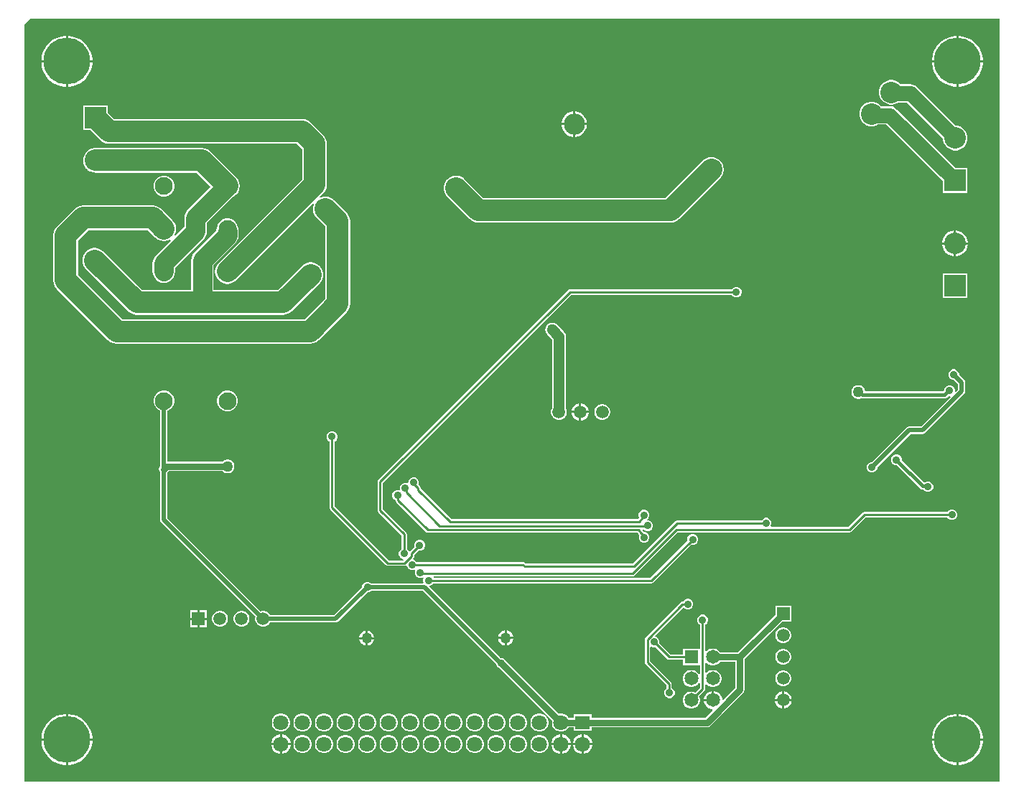
<source format=gbl>
G04*
G04 #@! TF.GenerationSoftware,Altium Limited,Altium Designer,23.2.1 (34)*
G04*
G04 Layer_Physical_Order=2*
G04 Layer_Color=16711680*
%FSLAX44Y44*%
%MOMM*%
G71*
G04*
G04 #@! TF.SameCoordinates,EE327AA5-93BD-4133-A13B-4ECCBC3E436C*
G04*
G04*
G04 #@! TF.FilePolarity,Positive*
G04*
G01*
G75*
%ADD41C,0.5080*%
%ADD74C,0.2794*%
%ADD76C,0.7620*%
%ADD77C,2.5400*%
%ADD78C,1.2700*%
%ADD79C,1.7780*%
%ADD80C,0.4572*%
%ADD82C,2.5400*%
%ADD83R,2.5400X2.5400*%
%ADD84R,1.5000X1.5000*%
%ADD85C,1.5000*%
%ADD86R,1.5000X1.5000*%
%ADD87R,1.6500X1.6500*%
%ADD88C,1.6500*%
%ADD89C,1.8000*%
%ADD90R,1.8000X1.5748*%
%ADD91C,1.5190*%
%ADD92C,2.1000*%
%ADD93C,2.5000*%
%ADD94C,0.8890*%
%ADD95C,1.2700*%
%ADD96C,5.5000*%
%ADD97C,2.2860*%
G36*
X1150063D02*
X0D01*
Y893064D01*
X6999Y900063D01*
X1150063D01*
Y0D01*
D02*
G37*
%LPC*%
G36*
X1102364Y880040D02*
X1101270D01*
Y851270D01*
X1130040D01*
Y852364D01*
X1129300Y857034D01*
X1127839Y861531D01*
X1125693Y865744D01*
X1122913Y869570D01*
X1119570Y872913D01*
X1115744Y875693D01*
X1111531Y877839D01*
X1107034Y879300D01*
X1102364Y880040D01*
D02*
G37*
G36*
X1098730D02*
X1097636D01*
X1092966Y879300D01*
X1088469Y877839D01*
X1084256Y875693D01*
X1080430Y872913D01*
X1077087Y869570D01*
X1074307Y865744D01*
X1072161Y861531D01*
X1070700Y857034D01*
X1069960Y852364D01*
Y851270D01*
X1098730D01*
Y880040D01*
D02*
G37*
G36*
X52364D02*
X51270D01*
Y851270D01*
X80040D01*
Y852364D01*
X79300Y857034D01*
X77839Y861531D01*
X75693Y865744D01*
X72913Y869570D01*
X69570Y872913D01*
X65744Y875693D01*
X61531Y877839D01*
X57034Y879300D01*
X52364Y880040D01*
D02*
G37*
G36*
X48730D02*
X47636D01*
X42966Y879300D01*
X38469Y877839D01*
X34256Y875693D01*
X30430Y872913D01*
X27087Y869570D01*
X24307Y865744D01*
X22161Y861531D01*
X20700Y857034D01*
X19960Y852364D01*
Y851270D01*
X48730D01*
Y880040D01*
D02*
G37*
G36*
X1130040Y848730D02*
X1101270D01*
Y819960D01*
X1102364D01*
X1107034Y820700D01*
X1111531Y822161D01*
X1115744Y824307D01*
X1119570Y827087D01*
X1122913Y830430D01*
X1125693Y834256D01*
X1127839Y838469D01*
X1129300Y842966D01*
X1130040Y847636D01*
Y848730D01*
D02*
G37*
G36*
X1098730D02*
X1069960D01*
Y847636D01*
X1070700Y842966D01*
X1072161Y838469D01*
X1074307Y834256D01*
X1077087Y830430D01*
X1080430Y827087D01*
X1084256Y824307D01*
X1088469Y822161D01*
X1092966Y820700D01*
X1097636Y819960D01*
X1098730D01*
Y848730D01*
D02*
G37*
G36*
X80040D02*
X51270D01*
Y819960D01*
X52364D01*
X57034Y820700D01*
X61531Y822161D01*
X65744Y824307D01*
X69570Y827087D01*
X72913Y830430D01*
X75693Y834256D01*
X77839Y838469D01*
X79300Y842966D01*
X80040Y847636D01*
Y848730D01*
D02*
G37*
G36*
X48730D02*
X19960D01*
Y847636D01*
X20700Y842966D01*
X22161Y838469D01*
X24307Y834256D01*
X27087Y830430D01*
X30430Y827087D01*
X34256Y824307D01*
X38469Y822161D01*
X42966Y820700D01*
X47636Y819960D01*
X48730D01*
Y848730D01*
D02*
G37*
G36*
X649753Y791039D02*
X649541D01*
Y777269D01*
X663311D01*
Y777480D01*
X662734Y780386D01*
X661600Y783123D01*
X659954Y785587D01*
X657859Y787682D01*
X655396Y789327D01*
X652658Y790461D01*
X649753Y791039D01*
D02*
G37*
G36*
X647001D02*
X646790D01*
X643885Y790461D01*
X641147Y789327D01*
X638684Y787682D01*
X636589Y785587D01*
X634943Y783123D01*
X633810Y780386D01*
X633232Y777480D01*
Y777269D01*
X647001D01*
Y791039D01*
D02*
G37*
G36*
X663311Y774729D02*
X649541D01*
Y760959D01*
X649753D01*
X652658Y761537D01*
X655396Y762671D01*
X657859Y764317D01*
X659954Y766412D01*
X661600Y768875D01*
X662734Y771612D01*
X663311Y774518D01*
Y774729D01*
D02*
G37*
G36*
X647001D02*
X633232D01*
Y774518D01*
X633810Y771612D01*
X634943Y768875D01*
X636589Y766412D01*
X638684Y764317D01*
X641147Y762671D01*
X643885Y761537D01*
X646790Y760959D01*
X647001D01*
Y774729D01*
D02*
G37*
G36*
X1024002Y828040D02*
X1020190D01*
X1016508Y827053D01*
X1013206Y825147D01*
X1010511Y822452D01*
X1008605Y819150D01*
X1007618Y815468D01*
Y811656D01*
X1008605Y807974D01*
X1010511Y804672D01*
X1013206Y801977D01*
X1016508Y800071D01*
X1020190Y799084D01*
X1024002D01*
X1027684Y800071D01*
X1030330Y801598D01*
X1040179D01*
X1083056Y758721D01*
Y757554D01*
X1084043Y753872D01*
X1085949Y750570D01*
X1088644Y747875D01*
X1091946Y745969D01*
X1095628Y744982D01*
X1099440D01*
X1103122Y745969D01*
X1106424Y747875D01*
X1109119Y750570D01*
X1111025Y753872D01*
X1112012Y757554D01*
Y761366D01*
X1111025Y765048D01*
X1109119Y768350D01*
X1106424Y771045D01*
X1103122Y772951D01*
X1099440Y773938D01*
X1098273D01*
X1052244Y819967D01*
X1050016Y821676D01*
X1047421Y822751D01*
X1044636Y823118D01*
X1033015D01*
X1030986Y825147D01*
X1027684Y827053D01*
X1024002Y828040D01*
D02*
G37*
G36*
X1000898Y802386D02*
X997086D01*
X993404Y801399D01*
X990102Y799493D01*
X987407Y796798D01*
X985501Y793496D01*
X984514Y789814D01*
Y786002D01*
X985501Y782320D01*
X987407Y779018D01*
X990102Y776323D01*
X993404Y774417D01*
X997086Y773430D01*
X1000898D01*
X1004580Y774417D01*
X1006786Y775690D01*
X1016087D01*
X1083056Y708721D01*
Y694982D01*
X1112012D01*
Y723938D01*
X1098273D01*
X1028152Y794059D01*
X1025924Y795769D01*
X1023329Y796843D01*
X1020544Y797210D01*
X1010165D01*
X1007882Y799493D01*
X1004580Y801399D01*
X1000898Y802386D01*
D02*
G37*
G36*
X166018Y715125D02*
X162785D01*
X159662Y714288D01*
X156863Y712672D01*
X154577Y710386D01*
X152960Y707586D01*
X152123Y704464D01*
Y701231D01*
X152960Y698108D01*
X154577Y695308D01*
X156863Y693022D01*
X159662Y691406D01*
X162785Y690569D01*
X166018D01*
X169141Y691406D01*
X171940Y693022D01*
X174226Y695308D01*
X175843Y698108D01*
X176679Y701231D01*
Y704464D01*
X175843Y707586D01*
X174226Y710386D01*
X171940Y712672D01*
X169141Y714288D01*
X166018Y715125D01*
D02*
G37*
G36*
X810006Y737233D02*
X809057Y737108D01*
X808100D01*
X807175Y736860D01*
X806227Y736735D01*
X805342Y736369D01*
X804418Y736121D01*
X803589Y735643D01*
X802704Y735276D01*
X801945Y734694D01*
X801116Y734215D01*
X800439Y733538D01*
X799680Y732956D01*
X755726Y689002D01*
X541451D01*
X519342Y711112D01*
X518583Y711694D01*
X517906Y712371D01*
X517077Y712850D01*
X516317Y713432D01*
X515433Y713799D01*
X514604Y714277D01*
X513680Y714525D01*
X512795Y714891D01*
X511847Y715016D01*
X510922Y715264D01*
X509965D01*
X509016Y715389D01*
X508067Y715264D01*
X507110D01*
X506185Y715016D01*
X505237Y714891D01*
X504352Y714525D01*
X503428Y714277D01*
X502599Y713799D01*
X501715Y713432D01*
X500955Y712850D01*
X500126Y712371D01*
X499449Y711694D01*
X498690Y711112D01*
X498108Y710353D01*
X497431Y709676D01*
X496952Y708847D01*
X496370Y708087D01*
X496003Y707203D01*
X495525Y706374D01*
X495277Y705450D01*
X494911Y704566D01*
X494786Y703617D01*
X494538Y702692D01*
Y701735D01*
X494413Y700786D01*
X494538Y699837D01*
Y698880D01*
X494786Y697955D01*
X494911Y697007D01*
X495277Y696122D01*
X495525Y695198D01*
X496003Y694369D01*
X496370Y693484D01*
X496952Y692725D01*
X497431Y691896D01*
X498108Y691219D01*
X498690Y690460D01*
X525077Y664073D01*
X528101Y661753D01*
X531623Y660294D01*
X535403Y659796D01*
X761775D01*
X765555Y660294D01*
X769077Y661753D01*
X772101Y664073D01*
X820332Y712304D01*
X820914Y713063D01*
X821591Y713740D01*
X822070Y714569D01*
X822653Y715329D01*
X823019Y716213D01*
X823497Y717042D01*
X823745Y717966D01*
X824111Y718850D01*
X824236Y719799D01*
X824484Y720724D01*
Y721681D01*
X824609Y722630D01*
X824484Y723579D01*
Y724536D01*
X824236Y725461D01*
X824111Y726410D01*
X823745Y727294D01*
X823497Y728218D01*
X823019Y729047D01*
X822653Y729931D01*
X822070Y730691D01*
X821591Y731520D01*
X820915Y732197D01*
X820332Y732956D01*
X819573Y733539D01*
X818896Y734215D01*
X818067Y734694D01*
X817308Y735276D01*
X816423Y735643D01*
X815594Y736121D01*
X814670Y736369D01*
X813785Y736735D01*
X812837Y736860D01*
X811912Y737108D01*
X810955D01*
X810006Y737233D01*
D02*
G37*
G36*
X1098781Y650456D02*
X1098550D01*
Y636486D01*
X1112520D01*
Y636717D01*
X1111934Y639661D01*
X1110786Y642435D01*
X1109118Y644931D01*
X1106995Y647054D01*
X1104499Y648721D01*
X1101725Y649870D01*
X1098781Y650456D01*
D02*
G37*
G36*
X1096010D02*
X1095779D01*
X1092835Y649870D01*
X1090061Y648721D01*
X1087565Y647054D01*
X1085442Y644931D01*
X1083774Y642435D01*
X1082626Y639661D01*
X1082040Y636717D01*
Y636486D01*
X1096010D01*
Y650456D01*
D02*
G37*
G36*
X1112520Y633946D02*
X1098550D01*
Y619976D01*
X1098781D01*
X1101725Y620562D01*
X1104499Y621711D01*
X1106995Y623378D01*
X1109118Y625501D01*
X1110786Y627997D01*
X1111934Y630771D01*
X1112520Y633715D01*
Y633946D01*
D02*
G37*
G36*
X1096010D02*
X1082040D01*
Y633715D01*
X1082626Y630771D01*
X1083774Y627997D01*
X1085442Y625501D01*
X1087565Y623378D01*
X1090061Y621711D01*
X1092835Y620562D01*
X1095779Y619976D01*
X1096010D01*
Y633946D01*
D02*
G37*
G36*
X83820Y797939D02*
X82871Y797814D01*
X69342D01*
Y784285D01*
X69217Y783336D01*
X69342Y782387D01*
Y768858D01*
X77646D01*
X89519Y756985D01*
X92544Y754664D01*
X96066Y753205D01*
X99845Y752708D01*
X321219D01*
X327345Y746582D01*
Y710642D01*
X229076Y612373D01*
X226755Y609349D01*
X225296Y605827D01*
X224799Y602047D01*
X225296Y598268D01*
X226755Y594746D01*
X229076Y591721D01*
X232100Y589401D01*
X235622Y587942D01*
X239402Y587444D01*
X243181Y587942D01*
X246703Y589401D01*
X249727Y591721D01*
X340526Y682520D01*
X341542Y681740D01*
X341410Y681512D01*
X341162Y680587D01*
X340796Y679703D01*
X340671Y678754D01*
X340424Y677829D01*
Y676872D01*
X340299Y675923D01*
X340424Y674974D01*
Y674017D01*
X340671Y673093D01*
X340796Y672144D01*
X341162Y671260D01*
X341410Y670335D01*
X341889Y669506D01*
X342255Y668622D01*
X342838Y667862D01*
X343316Y667033D01*
X343993Y666357D01*
X344576Y665597D01*
X354967Y655206D01*
Y570183D01*
X330755Y545971D01*
X115015D01*
X63117Y597869D01*
Y638672D01*
X75284Y650839D01*
X145358D01*
X154076Y642121D01*
X157100Y639800D01*
X160622Y638342D01*
X164401Y637844D01*
X168181Y638342D01*
X171703Y639800D01*
X172426Y638779D01*
X154981Y621335D01*
X152864Y618576D01*
X151533Y615363D01*
X151080Y611915D01*
Y602047D01*
X151533Y598599D01*
X152864Y595386D01*
X154981Y592627D01*
X157740Y590510D01*
X160954Y589179D01*
X164401Y588725D01*
X167850Y589179D01*
X171063Y590510D01*
X173822Y592627D01*
X175939Y595386D01*
X177269Y598599D01*
X177724Y602047D01*
Y606397D01*
X211322Y639995D01*
X213439Y642754D01*
X214770Y645967D01*
X215224Y649415D01*
Y659829D01*
X244812Y689417D01*
X246703Y690201D01*
X249727Y692521D01*
X252048Y695546D01*
X253507Y699068D01*
X254004Y702847D01*
X253507Y706627D01*
X252048Y710149D01*
X249727Y713173D01*
X219239Y743662D01*
X216214Y745983D01*
X212692Y747441D01*
X208913Y747939D01*
X83820D01*
X82871Y747814D01*
X81914D01*
X80990Y747566D01*
X80041Y747441D01*
X79156Y747075D01*
X78232Y746827D01*
X77403Y746349D01*
X76519Y745983D01*
X75759Y745400D01*
X74930Y744921D01*
X74253Y744245D01*
X73494Y743662D01*
X72912Y742903D01*
X72235Y742226D01*
X71756Y741397D01*
X71174Y740638D01*
X70807Y739753D01*
X70329Y738924D01*
X70081Y738000D01*
X69715Y737115D01*
X69590Y736167D01*
X69342Y735242D01*
Y734285D01*
X69217Y733336D01*
X69342Y732387D01*
Y731430D01*
X69590Y730505D01*
X69715Y729557D01*
X70081Y728672D01*
X70329Y727748D01*
X70807Y726919D01*
X71174Y726034D01*
X71756Y725275D01*
X72235Y724446D01*
X72912Y723769D01*
X73494Y723010D01*
X74253Y722428D01*
X74930Y721751D01*
X75759Y721272D01*
X76519Y720689D01*
X77403Y720323D01*
X78232Y719845D01*
X79156Y719597D01*
X80041Y719231D01*
X80989Y719106D01*
X81914Y718858D01*
X82871D01*
X83820Y718733D01*
X83820Y718733D01*
X202864D01*
X219656Y701941D01*
X192481Y674767D01*
X190364Y672008D01*
X189034Y668795D01*
X188580Y665347D01*
Y654933D01*
X178069Y644423D01*
X177048Y645145D01*
X178507Y648668D01*
X179004Y652447D01*
X178507Y656227D01*
X177048Y659748D01*
X174727Y662773D01*
X161732Y675768D01*
X158708Y678089D01*
X155186Y679547D01*
X151406Y680045D01*
X69235D01*
X65455Y679547D01*
X61933Y678089D01*
X58909Y675768D01*
X38188Y655047D01*
X35868Y652022D01*
X34409Y648501D01*
X33911Y644721D01*
Y591820D01*
X34409Y588041D01*
X35868Y584519D01*
X38188Y581494D01*
X98640Y521042D01*
X101665Y518722D01*
X105187Y517263D01*
X108966Y516765D01*
X336804D01*
X340583Y517263D01*
X344105Y518722D01*
X347130Y521042D01*
X379896Y553808D01*
X382216Y556833D01*
X383675Y560354D01*
X384173Y564134D01*
Y661255D01*
X383675Y665034D01*
X382216Y668556D01*
X379896Y671581D01*
X365227Y686249D01*
X364468Y686832D01*
X363791Y687508D01*
X362962Y687987D01*
X362203Y688570D01*
X361319Y688936D01*
X360490Y689415D01*
X359565Y689662D01*
X358681Y690029D01*
X357732Y690154D01*
X356808Y690401D01*
X355850D01*
X354902Y690526D01*
X353952Y690401D01*
X352995D01*
X352071Y690153D01*
X351122Y690029D01*
X350238Y689662D01*
X349313Y689415D01*
X349085Y689283D01*
X348305Y690299D01*
X352273Y694267D01*
X354594Y697292D01*
X356053Y700814D01*
X356550Y704593D01*
Y752631D01*
X356426Y753580D01*
Y754537D01*
X356178Y755462D01*
X356053Y756411D01*
X355687Y757295D01*
X355439Y758220D01*
X354960Y759048D01*
X354594Y759933D01*
X354011Y760692D01*
X353533Y761521D01*
X352856Y762198D01*
X352273Y762957D01*
X337594Y777637D01*
X334569Y779957D01*
X331047Y781416D01*
X327268Y781914D01*
X105894D01*
X98298Y789510D01*
Y797814D01*
X84769D01*
X83820Y797939D01*
D02*
G37*
G36*
X241018Y664725D02*
X237785D01*
X234662Y663888D01*
X231863Y662272D01*
X229577Y659986D01*
X227960Y657186D01*
X227802Y656596D01*
X226534Y653533D01*
X226151Y650629D01*
X200334Y624812D01*
X198217Y622053D01*
X196886Y618840D01*
X196432Y615392D01*
Y580261D01*
X138637D01*
X93130Y625768D01*
X92371Y626350D01*
X91694Y627027D01*
X90865Y627506D01*
X90105Y628088D01*
X89221Y628455D01*
X88392Y628933D01*
X87468Y629181D01*
X86583Y629547D01*
X85635Y629672D01*
X84710Y629920D01*
X83753D01*
X82804Y630045D01*
X81855Y629920D01*
X80898D01*
X79973Y629672D01*
X79025Y629547D01*
X78140Y629181D01*
X77216Y628933D01*
X76387Y628455D01*
X75503Y628088D01*
X74743Y627506D01*
X73914Y627027D01*
X73237Y626350D01*
X72478Y625768D01*
X71896Y625009D01*
X71219Y624332D01*
X70740Y623503D01*
X70157Y622743D01*
X69791Y621859D01*
X69313Y621030D01*
X69065Y620106D01*
X68699Y619221D01*
X68574Y618273D01*
X68326Y617348D01*
Y616391D01*
X68201Y615442D01*
X68326Y614493D01*
Y613536D01*
X68574Y612611D01*
X68699Y611662D01*
X69065Y610778D01*
X69313Y609854D01*
X69791Y609025D01*
X70157Y608140D01*
X70740Y607381D01*
X71219Y606552D01*
X71896Y605875D01*
X72478Y605116D01*
X122262Y555332D01*
X125287Y553012D01*
X128808Y551553D01*
X132588Y551055D01*
X304834D01*
X308614Y551553D01*
X312136Y553012D01*
X315160Y555332D01*
X347955Y588127D01*
X348538Y588887D01*
X349215Y589563D01*
X349693Y590392D01*
X350276Y591152D01*
X350642Y592036D01*
X351121Y592865D01*
X351369Y593789D01*
X351735Y594674D01*
X351860Y595622D01*
X352108Y596547D01*
Y597504D01*
X352232Y598453D01*
X352108Y599402D01*
Y600359D01*
X351860Y601284D01*
X351735Y602233D01*
X351369Y603117D01*
X351121Y604041D01*
X350642Y604870D01*
X350276Y605755D01*
X349693Y606514D01*
X349215Y607343D01*
X348538Y608020D01*
X347955Y608779D01*
X347196Y609362D01*
X346519Y610038D01*
X345690Y610517D01*
X344931Y611100D01*
X344047Y611466D01*
X343218Y611945D01*
X342293Y612192D01*
X341409Y612559D01*
X340460Y612683D01*
X339536Y612931D01*
X338578D01*
X337630Y613056D01*
X336680Y612931D01*
X335723D01*
X334799Y612683D01*
X333850Y612559D01*
X332966Y612192D01*
X332041Y611945D01*
X331212Y611466D01*
X330328Y611100D01*
X329569Y610517D01*
X328740Y610038D01*
X328063Y609362D01*
X327304Y608779D01*
X298786Y580261D01*
X223076D01*
Y609874D01*
X248822Y635620D01*
X250939Y638379D01*
X252270Y641592D01*
X252724Y645040D01*
Y650085D01*
X252270Y653533D01*
X251001Y656596D01*
X250843Y657186D01*
X249226Y659986D01*
X246940Y662272D01*
X244141Y663888D01*
X241018Y664725D01*
D02*
G37*
G36*
X840708Y584037D02*
X838232D01*
X835945Y583089D01*
X834194Y581339D01*
X834075Y581051D01*
X643238D01*
X641999Y580805D01*
X640949Y580103D01*
X417227Y356382D01*
X416526Y355332D01*
X416279Y354093D01*
Y320503D01*
X416526Y319264D01*
X417227Y318214D01*
X444541Y290900D01*
Y274658D01*
X444254Y274539D01*
X442503Y272789D01*
X441555Y270501D01*
Y268026D01*
X442503Y265738D01*
X444254Y263988D01*
X446241Y263165D01*
X446699Y262189D01*
X446777Y261770D01*
X446422Y261301D01*
X429839D01*
X365949Y325191D01*
Y401770D01*
X366301Y401916D01*
X368051Y403666D01*
X368998Y405953D01*
Y408429D01*
X368051Y410716D01*
X366301Y412467D01*
X364013Y413414D01*
X361538D01*
X359250Y412467D01*
X357500Y410716D01*
X356553Y408429D01*
Y405953D01*
X357500Y403666D01*
X359250Y401916D01*
X359475Y401823D01*
Y323850D01*
X359721Y322611D01*
X360423Y321561D01*
X426209Y255775D01*
X427259Y255073D01*
X428498Y254827D01*
X448290D01*
X449529Y255073D01*
X449762Y255229D01*
X450114Y255169D01*
X451182Y254651D01*
X451979Y252727D01*
X453730Y250977D01*
X456017Y250029D01*
X458493D01*
X459991Y250650D01*
X460963Y249678D01*
X460271Y248006D01*
Y245530D01*
X461218Y243243D01*
X462969Y241493D01*
X465256Y240545D01*
X467732D01*
X469970Y241473D01*
X470153Y241388D01*
X471027Y240704D01*
X470275Y238889D01*
Y236414D01*
X470724Y235329D01*
X470019Y234273D01*
X408766D01*
X407893Y235146D01*
X405606Y236093D01*
X403130D01*
X400843Y235146D01*
X399092Y233395D01*
X398145Y231108D01*
Y229873D01*
X365206Y196935D01*
X289604D01*
X288856Y198229D01*
X287129Y199956D01*
X285013Y201178D01*
X282654Y201810D01*
X280211D01*
X278767Y201423D01*
X168804Y311386D01*
Y365377D01*
X170094Y366666D01*
X233725D01*
X234531Y365860D01*
X236385Y364790D01*
X238452Y364236D01*
X240592D01*
X242659Y364790D01*
X244513Y365860D01*
X246026Y367373D01*
X247096Y369227D01*
X247650Y371294D01*
Y373434D01*
X247096Y375501D01*
X246026Y377355D01*
X244513Y378868D01*
X242659Y379938D01*
X240592Y380492D01*
X238452D01*
X236385Y379938D01*
X234531Y378868D01*
X233725Y378061D01*
X168804D01*
Y437916D01*
X169141Y438006D01*
X171940Y439622D01*
X174226Y441908D01*
X175843Y444708D01*
X176679Y447831D01*
Y451064D01*
X175843Y454186D01*
X174226Y456986D01*
X171940Y459272D01*
X169141Y460888D01*
X166018Y461725D01*
X162785D01*
X159662Y460888D01*
X156863Y459272D01*
X154577Y456986D01*
X152960Y454186D01*
X152123Y451064D01*
Y447831D01*
X152960Y444708D01*
X154577Y441908D01*
X156863Y439622D01*
X159662Y438006D01*
X159999Y437916D01*
Y372501D01*
X159138Y371212D01*
X158704Y369031D01*
X159138Y366851D01*
X159999Y365562D01*
Y309563D01*
X160334Y307878D01*
X161288Y306450D01*
X272541Y195197D01*
X272154Y193754D01*
Y191311D01*
X272786Y188951D01*
X274008Y186835D01*
X275735Y185108D01*
X277851Y183886D01*
X280211Y183254D01*
X282654D01*
X285013Y183886D01*
X287129Y185108D01*
X288856Y186835D01*
X289604Y188130D01*
X367030D01*
X368715Y188465D01*
X370143Y189419D01*
X404371Y223647D01*
X405606D01*
X407893Y224594D01*
X408766Y225467D01*
X469585D01*
X556133Y138920D01*
Y138716D01*
X557080Y136429D01*
X558831Y134678D01*
X560533Y133973D01*
X622157Y72349D01*
X621936Y71523D01*
Y68685D01*
X622671Y65944D01*
X624090Y63486D01*
X626096Y61480D01*
X628554Y60061D01*
X631295Y59326D01*
X634133D01*
X636874Y60061D01*
X639332Y61480D01*
X641339Y63486D01*
X641870Y64406D01*
X647336D01*
Y60452D01*
X668892D01*
Y64406D01*
X804938D01*
X807119Y64840D01*
X808967Y66075D01*
X847563Y104671D01*
X848798Y106519D01*
X849231Y108700D01*
Y144960D01*
X893367Y189096D01*
X903866D01*
Y207652D01*
X885310D01*
Y197153D01*
X841174Y153017D01*
X820074D01*
X819809Y153477D01*
X817942Y155344D01*
X815655Y156664D01*
X813104Y157348D01*
X810464D01*
X807914Y156664D01*
X805627Y155344D01*
X804099Y153817D01*
X802829Y154297D01*
Y185613D01*
X803117Y185732D01*
X804868Y187483D01*
X805815Y189770D01*
Y192246D01*
X804868Y194533D01*
X803117Y196284D01*
X800830Y197231D01*
X798354D01*
X796067Y196284D01*
X794316Y194533D01*
X793369Y192246D01*
Y189770D01*
X794316Y187483D01*
X796067Y185732D01*
X796355Y185613D01*
Y157348D01*
X776356D01*
Y150557D01*
X761309D01*
X748292Y163574D01*
X748411Y163862D01*
Y166338D01*
X747464Y168625D01*
X745713Y170376D01*
X743838Y171152D01*
X743386Y172496D01*
X777107Y206217D01*
X778795Y204528D01*
X781082Y203581D01*
X783558D01*
X785845Y204528D01*
X787596Y206279D01*
X788543Y208566D01*
Y211042D01*
X787596Y213329D01*
X785845Y215080D01*
X783558Y216027D01*
X781082D01*
X778795Y215080D01*
X777044Y213329D01*
X776838Y212831D01*
X775905D01*
X774666Y212584D01*
X773616Y211883D01*
X732279Y170545D01*
X731577Y169495D01*
X731331Y168256D01*
Y140970D01*
X731577Y139731D01*
X732279Y138681D01*
X756731Y114229D01*
Y110211D01*
X755200Y108681D01*
X754253Y106394D01*
Y103918D01*
X755200Y101631D01*
X756951Y99880D01*
X759238Y98933D01*
X761714D01*
X764001Y99880D01*
X765752Y101631D01*
X766699Y103918D01*
Y106394D01*
X765752Y108681D01*
X764001Y110432D01*
X763205Y110761D01*
Y115570D01*
X762959Y116809D01*
X762257Y117859D01*
X737805Y142311D01*
Y159023D01*
X739075Y159654D01*
X740950Y158877D01*
X743426D01*
X743714Y158996D01*
X757679Y145031D01*
X758729Y144329D01*
X759968Y144083D01*
X776356D01*
Y137292D01*
X796355D01*
Y127246D01*
X795085Y126906D01*
X794408Y128077D01*
X792542Y129944D01*
X790255Y131264D01*
X787704Y131948D01*
X785064D01*
X782514Y131264D01*
X780227Y129944D01*
X778360Y128077D01*
X777039Y125791D01*
X776356Y123240D01*
Y120600D01*
X777039Y118049D01*
X778360Y115763D01*
X780227Y113896D01*
X782514Y112575D01*
X785064Y111892D01*
X787704D01*
X790255Y112575D01*
X792542Y113896D01*
X794408Y115763D01*
X795085Y116934D01*
X796355Y116594D01*
Y111069D01*
X790823Y105536D01*
X790255Y105864D01*
X787704Y106548D01*
X785064D01*
X782514Y105864D01*
X780227Y104544D01*
X778360Y102677D01*
X777039Y100391D01*
X776356Y97840D01*
Y95200D01*
X777039Y92649D01*
X778360Y90363D01*
X780227Y88496D01*
X782514Y87175D01*
X785064Y86492D01*
X787704D01*
X790255Y87175D01*
X792542Y88496D01*
X794408Y90363D01*
X795729Y92649D01*
X796412Y95200D01*
Y97840D01*
X795729Y100391D01*
X795401Y100958D01*
X801881Y107439D01*
X802583Y108489D01*
X802829Y109728D01*
Y114943D01*
X804099Y115423D01*
X805627Y113896D01*
X807914Y112575D01*
X810464Y111892D01*
X813104D01*
X815655Y112575D01*
X817942Y113896D01*
X819809Y115763D01*
X821129Y118049D01*
X821812Y120600D01*
Y123240D01*
X821129Y125791D01*
X819809Y128077D01*
X817942Y129944D01*
X815655Y131264D01*
X813104Y131948D01*
X810464D01*
X807914Y131264D01*
X805627Y129944D01*
X804099Y128417D01*
X802829Y128897D01*
Y140343D01*
X804099Y140823D01*
X805627Y139296D01*
X807914Y137975D01*
X810464Y137292D01*
X813104D01*
X815655Y137975D01*
X817942Y139296D01*
X819809Y141163D01*
X820074Y141622D01*
X837837D01*
Y111060D01*
X823747Y96971D01*
X822574Y97457D01*
Y97940D01*
X821839Y100685D01*
X820418Y103145D01*
X818409Y105154D01*
X815949Y106574D01*
X813205Y107310D01*
X813054D01*
Y96520D01*
X811784D01*
Y95250D01*
X800994D01*
Y95099D01*
X801730Y92355D01*
X803150Y89895D01*
X805159Y87886D01*
X807619Y86465D01*
X810364Y85730D01*
X810847D01*
X811333Y84557D01*
X802578Y75802D01*
X668892D01*
Y79756D01*
X647336D01*
Y75802D01*
X641870D01*
X641339Y76722D01*
X639332Y78728D01*
X636874Y80147D01*
X634133Y80882D01*
X631295D01*
X630068Y80553D01*
X567977Y142644D01*
X567632Y143479D01*
X565881Y145230D01*
X563594Y146177D01*
X561328D01*
X477250Y230255D01*
X477832Y231469D01*
X480023Y232376D01*
X481773Y234126D01*
X481893Y234414D01*
X739556D01*
X740794Y234661D01*
X741845Y235362D01*
X786382Y279900D01*
X786670Y279781D01*
X789146D01*
X791433Y280728D01*
X793184Y282479D01*
X794131Y284766D01*
Y287242D01*
X793184Y289529D01*
X791433Y291280D01*
X789146Y292227D01*
X786670D01*
X784383Y291280D01*
X782632Y289529D01*
X781685Y287242D01*
Y284766D01*
X781804Y284478D01*
X738215Y240889D01*
X482575D01*
X482253Y241365D01*
X482926Y242635D01*
X716904D01*
X718143Y242881D01*
X719193Y243583D01*
X770061Y294451D01*
X972856D01*
X974094Y294697D01*
X975145Y295399D01*
X991722Y311977D01*
X1088228D01*
X1088347Y311689D01*
X1090097Y309938D01*
X1092385Y308991D01*
X1094860D01*
X1097148Y309938D01*
X1098898Y311689D01*
X1099846Y313976D01*
Y316452D01*
X1098898Y318739D01*
X1097148Y320490D01*
X1094860Y321437D01*
X1092385D01*
X1090097Y320490D01*
X1088347Y318739D01*
X1088228Y318451D01*
X990381D01*
X989143Y318205D01*
X988092Y317503D01*
X971515Y300925D01*
X880498D01*
X879867Y302195D01*
X880643Y304070D01*
Y306546D01*
X879696Y308833D01*
X877945Y310584D01*
X875658Y311531D01*
X873183D01*
X870895Y310584D01*
X869145Y308833D01*
X869026Y308545D01*
X769874D01*
X768635Y308299D01*
X767585Y307597D01*
X717479Y257491D01*
X591202D01*
X590152Y258541D01*
X589102Y259243D01*
X587863Y259489D01*
X462649D01*
X462530Y259777D01*
X460780Y261528D01*
X458905Y262304D01*
X458453Y263649D01*
X458896Y264092D01*
X459598Y265142D01*
X459844Y266381D01*
Y268322D01*
X464564Y273042D01*
X464852Y272923D01*
X467328D01*
X469615Y273870D01*
X471366Y275621D01*
X472313Y277908D01*
Y280384D01*
X471366Y282671D01*
X469615Y284422D01*
X467328Y285369D01*
X464852D01*
X462565Y284422D01*
X460814Y282671D01*
X459867Y280384D01*
Y277908D01*
X459986Y277620D01*
X454641Y272275D01*
X453224Y272378D01*
X453054Y272789D01*
X451303Y274539D01*
X451016Y274658D01*
Y292241D01*
X450769Y293479D01*
X450068Y294529D01*
X422754Y321843D01*
Y352752D01*
X644578Y574577D01*
X834075D01*
X834194Y574289D01*
X835945Y572538D01*
X838232Y571591D01*
X840708D01*
X842995Y572538D01*
X844746Y574289D01*
X845693Y576576D01*
Y579052D01*
X844746Y581339D01*
X842995Y583089D01*
X840708Y584037D01*
D02*
G37*
G36*
X1111758Y599694D02*
X1082802D01*
Y570738D01*
X1111758D01*
Y599694D01*
D02*
G37*
G36*
X1096994Y486791D02*
X1094518D01*
X1092231Y485844D01*
X1090480Y484093D01*
X1089533Y481806D01*
Y479330D01*
X1090480Y477043D01*
X1092231Y475292D01*
X1094518Y474345D01*
X1095753D01*
X1100751Y469346D01*
Y462834D01*
X1098423Y460505D01*
X1097153Y461031D01*
Y462756D01*
X1096206Y465043D01*
X1094455Y466794D01*
X1092168Y467741D01*
X1089692D01*
X1087405Y466794D01*
X1085654Y465043D01*
X1084707Y462756D01*
Y462323D01*
X1082965Y460582D01*
X991362D01*
Y461064D01*
X990808Y463131D01*
X989738Y464985D01*
X988225Y466498D01*
X986371Y467568D01*
X984304Y468122D01*
X982164D01*
X980097Y467568D01*
X978243Y466498D01*
X976730Y464985D01*
X975660Y463131D01*
X975106Y461064D01*
Y458924D01*
X975660Y456857D01*
X976730Y455003D01*
X978243Y453490D01*
X980097Y452420D01*
X982164Y451866D01*
X984304D01*
X986371Y452420D01*
X986616Y452561D01*
X987959Y452294D01*
X1084681D01*
X1086267Y452610D01*
X1087611Y453508D01*
X1089484Y455381D01*
X1089692Y455295D01*
X1091417D01*
X1091943Y454025D01*
X1057176Y419258D01*
X1042998D01*
X1041313Y418923D01*
X1039884Y417969D01*
X999233Y377317D01*
X997998D01*
X995711Y376370D01*
X993960Y374619D01*
X993013Y372332D01*
Y369856D01*
X993960Y367569D01*
X995711Y365818D01*
X997998Y364871D01*
X1000474D01*
X1002761Y365818D01*
X1004512Y367569D01*
X1005459Y369856D01*
Y371091D01*
X1044821Y410453D01*
X1059000D01*
X1060684Y410788D01*
X1062113Y411743D01*
X1108267Y457897D01*
X1109221Y459325D01*
X1109557Y461010D01*
Y471170D01*
X1109221Y472855D01*
X1108267Y474283D01*
X1101979Y480571D01*
Y481806D01*
X1101032Y484093D01*
X1099281Y485844D01*
X1096994Y486791D01*
D02*
G37*
G36*
X656626Y446536D02*
X656562D01*
Y437671D01*
X665426D01*
Y437735D01*
X664736Y440313D01*
X663401Y442624D01*
X661515Y444511D01*
X659203Y445845D01*
X656626Y446536D01*
D02*
G37*
G36*
X654022D02*
X653957D01*
X651379Y445845D01*
X649069Y444511D01*
X647181Y442624D01*
X645847Y440313D01*
X645156Y437735D01*
Y437671D01*
X654022D01*
Y446536D01*
D02*
G37*
G36*
X241018Y461725D02*
X237785D01*
X234662Y460888D01*
X231863Y459272D01*
X229577Y456986D01*
X227960Y454186D01*
X227124Y451064D01*
Y447831D01*
X227960Y444708D01*
X229577Y441908D01*
X231863Y439622D01*
X234662Y438006D01*
X237785Y437169D01*
X241018D01*
X244141Y438006D01*
X246940Y439622D01*
X249226Y441908D01*
X250843Y444708D01*
X251680Y447831D01*
Y451064D01*
X250843Y454186D01*
X249226Y456986D01*
X246940Y459272D01*
X244141Y460888D01*
X241018Y461725D01*
D02*
G37*
G36*
X682525Y445774D02*
X680058D01*
X677674Y445135D01*
X675536Y443901D01*
X673791Y442156D01*
X672557Y440019D01*
X671918Y437635D01*
Y435167D01*
X672557Y432783D01*
X673791Y430646D01*
X675536Y428901D01*
X677674Y427667D01*
X680058Y427028D01*
X682525D01*
X684909Y427667D01*
X687047Y428901D01*
X688792Y430646D01*
X690026Y432783D01*
X690664Y435167D01*
Y437635D01*
X690026Y440019D01*
X688792Y442156D01*
X687047Y443901D01*
X684909Y445135D01*
X682525Y445774D01*
D02*
G37*
G36*
X622300Y541852D02*
X621768Y541782D01*
X621230D01*
X620711Y541643D01*
X620178Y541573D01*
X619682Y541367D01*
X619163Y541228D01*
X618697Y540959D01*
X618201Y540754D01*
X617775Y540427D01*
X617309Y540158D01*
X616929Y539778D01*
X616503Y539451D01*
X616176Y539025D01*
X615796Y538645D01*
X615527Y538179D01*
X615200Y537753D01*
X614995Y537257D01*
X614726Y536791D01*
X614587Y536272D01*
X614381Y535776D01*
X614311Y535243D01*
X614172Y534724D01*
Y534187D01*
X614102Y533654D01*
X614172Y533121D01*
Y532584D01*
X614311Y532065D01*
X614381Y531532D01*
X614587Y531036D01*
X614726Y530517D01*
X614995Y530051D01*
X615200Y529555D01*
X615527Y529129D01*
X615796Y528663D01*
X616176Y528283D01*
X616503Y527857D01*
X622093Y522267D01*
Y440947D01*
X621557Y440019D01*
X620918Y437635D01*
Y435167D01*
X621557Y432783D01*
X622791Y430646D01*
X624536Y428901D01*
X626674Y427667D01*
X629057Y427028D01*
X631525D01*
X633909Y427667D01*
X636046Y428901D01*
X637791Y430646D01*
X639025Y432783D01*
X639664Y435167D01*
Y437635D01*
X639025Y440019D01*
X638489Y440947D01*
Y525663D01*
X638210Y527785D01*
X637391Y529762D01*
X636088Y531460D01*
X628097Y539451D01*
X627671Y539778D01*
X627291Y540158D01*
X626825Y540427D01*
X626399Y540754D01*
X625903Y540959D01*
X625437Y541228D01*
X624918Y541367D01*
X624422Y541573D01*
X623889Y541643D01*
X623370Y541782D01*
X622832D01*
X622300Y541852D01*
D02*
G37*
G36*
X665426Y435131D02*
X656562D01*
Y426266D01*
X656626D01*
X659203Y426957D01*
X661515Y428291D01*
X663401Y430178D01*
X664736Y432489D01*
X665426Y435067D01*
Y435131D01*
D02*
G37*
G36*
X654022D02*
X645156D01*
Y435067D01*
X645847Y432489D01*
X647181Y430178D01*
X649069Y428291D01*
X651379Y426957D01*
X653957Y426266D01*
X654022D01*
Y435131D01*
D02*
G37*
G36*
X460216Y359410D02*
X457740D01*
X455453Y358463D01*
X453702Y356712D01*
X452755Y354425D01*
Y353041D01*
X451485Y352192D01*
X450310Y352679D01*
X447834D01*
X445547Y351732D01*
X443796Y349981D01*
X442849Y347694D01*
Y345218D01*
X442971Y344924D01*
X441999Y343952D01*
X441166Y344297D01*
X438690D01*
X436403Y343350D01*
X434652Y341599D01*
X433705Y339312D01*
Y336836D01*
X434652Y334549D01*
X436403Y332798D01*
X437463Y332359D01*
Y332221D01*
X437710Y330983D01*
X438411Y329932D01*
X473199Y295145D01*
X474249Y294443D01*
X475488Y294197D01*
X722559D01*
X722863Y293893D01*
X722885Y293784D01*
X723587Y292734D01*
X725079Y291242D01*
X724477Y289787D01*
Y287312D01*
X725424Y285024D01*
X727175Y283274D01*
X729462Y282327D01*
X731938D01*
X734225Y283274D01*
X735975Y285024D01*
X736923Y287312D01*
Y289787D01*
X735975Y292075D01*
X734225Y293825D01*
X731938Y294772D01*
X730704D01*
X728888Y296589D01*
X728867Y296697D01*
X728819Y296768D01*
X729404Y298179D01*
X729925Y298283D01*
X731201Y297007D01*
X733488Y296060D01*
X735964D01*
X738251Y297007D01*
X740002Y298758D01*
X740949Y301045D01*
Y303521D01*
X740002Y305808D01*
X738251Y307558D01*
X735964Y308506D01*
X734644D01*
X734521Y308715D01*
X734255Y309776D01*
X735780Y311301D01*
X736727Y313588D01*
Y316064D01*
X735780Y318351D01*
X734029Y320102D01*
X731742Y321049D01*
X729266D01*
X726979Y320102D01*
X725229Y318351D01*
X724281Y316064D01*
Y313588D01*
X724883Y312134D01*
X724250Y311500D01*
X723548Y310450D01*
X723471Y310064D01*
X723222Y309815D01*
X503499D01*
X467595Y345719D01*
Y346354D01*
X467349Y347593D01*
X466647Y348643D01*
X464656Y350634D01*
X465201Y351949D01*
Y354425D01*
X464254Y356712D01*
X462503Y358463D01*
X460216Y359410D01*
D02*
G37*
G36*
X1029430Y386207D02*
X1026954D01*
X1024667Y385260D01*
X1022916Y383509D01*
X1021969Y381222D01*
Y378746D01*
X1022916Y376459D01*
X1024667Y374708D01*
X1026954Y373761D01*
X1028555D01*
X1056186Y346130D01*
X1057530Y345232D01*
X1059116Y344917D01*
X1059914D01*
X1060000Y344709D01*
X1061751Y342958D01*
X1064038Y342011D01*
X1066514D01*
X1068801Y342958D01*
X1070552Y344709D01*
X1071499Y346996D01*
Y349472D01*
X1070552Y351759D01*
X1068801Y353510D01*
X1066514Y354457D01*
X1064038D01*
X1061751Y353510D01*
X1061445Y353204D01*
X1060832D01*
X1034415Y379621D01*
Y381222D01*
X1033468Y383509D01*
X1031717Y385260D01*
X1029430Y386207D01*
D02*
G37*
G36*
X215272Y202572D02*
X206502D01*
Y193802D01*
X215272D01*
Y202572D01*
D02*
G37*
G36*
X203962D02*
X195192D01*
Y193802D01*
X203962D01*
Y202572D01*
D02*
G37*
G36*
X257253Y201810D02*
X254811D01*
X252451Y201178D01*
X250335Y199956D01*
X248608Y198229D01*
X247386Y196113D01*
X246754Y193754D01*
Y191311D01*
X247386Y188951D01*
X248608Y186835D01*
X250335Y185108D01*
X252451Y183886D01*
X254811Y183254D01*
X257253D01*
X259613Y183886D01*
X261729Y185108D01*
X263456Y186835D01*
X264678Y188951D01*
X265310Y191311D01*
Y193754D01*
X264678Y196113D01*
X263456Y198229D01*
X261729Y199956D01*
X259613Y201178D01*
X257253Y201810D01*
D02*
G37*
G36*
X231854D02*
X229411D01*
X227051Y201178D01*
X224935Y199956D01*
X223208Y198229D01*
X221986Y196113D01*
X221354Y193754D01*
Y191311D01*
X221986Y188951D01*
X223208Y186835D01*
X224935Y185108D01*
X227051Y183886D01*
X229411Y183254D01*
X231854D01*
X234213Y183886D01*
X236329Y185108D01*
X238056Y186835D01*
X239278Y188951D01*
X239910Y191311D01*
Y193754D01*
X239278Y196113D01*
X238056Y198229D01*
X236329Y199956D01*
X234213Y201178D01*
X231854Y201810D01*
D02*
G37*
G36*
X215272Y191262D02*
X206502D01*
Y182492D01*
X215272D01*
Y191262D01*
D02*
G37*
G36*
X203962D02*
X195192D01*
Y182492D01*
X203962D01*
Y191262D01*
D02*
G37*
G36*
X568706Y178789D02*
Y171196D01*
X576299D01*
X575720Y173357D01*
X574550Y175385D01*
X572895Y177040D01*
X570867Y178210D01*
X568706Y178789D01*
D02*
G37*
G36*
X566166D02*
X564005Y178210D01*
X561977Y177040D01*
X560322Y175385D01*
X559152Y173357D01*
X558573Y171196D01*
X566166D01*
Y178789D01*
D02*
G37*
G36*
X404876Y178535D02*
Y170942D01*
X412469D01*
X411890Y173103D01*
X410720Y175131D01*
X409065Y176786D01*
X407037Y177956D01*
X404876Y178535D01*
D02*
G37*
G36*
X402336D02*
X400175Y177956D01*
X398147Y176786D01*
X396492Y175131D01*
X395322Y173103D01*
X394743Y170942D01*
X402336D01*
Y178535D01*
D02*
G37*
G36*
X895809Y182252D02*
X893367D01*
X891007Y181620D01*
X888891Y180398D01*
X887164Y178671D01*
X885942Y176555D01*
X885310Y174195D01*
Y171752D01*
X885942Y169393D01*
X887164Y167277D01*
X888891Y165550D01*
X891007Y164328D01*
X893367Y163696D01*
X895809D01*
X898169Y164328D01*
X900285Y165550D01*
X902012Y167277D01*
X903234Y169393D01*
X903866Y171752D01*
Y174195D01*
X903234Y176555D01*
X902012Y178671D01*
X900285Y180398D01*
X898169Y181620D01*
X895809Y182252D01*
D02*
G37*
G36*
X576299Y168656D02*
X568706D01*
Y161063D01*
X570867Y161642D01*
X572895Y162812D01*
X574550Y164467D01*
X575720Y166495D01*
X576299Y168656D01*
D02*
G37*
G36*
X566166D02*
X558573D01*
X559152Y166495D01*
X560322Y164467D01*
X561977Y162812D01*
X564005Y161642D01*
X566166Y161063D01*
Y168656D01*
D02*
G37*
G36*
X412469Y168402D02*
X404876D01*
Y160809D01*
X407037Y161388D01*
X409065Y162558D01*
X410720Y164213D01*
X411890Y166241D01*
X412469Y168402D01*
D02*
G37*
G36*
X402336D02*
X394743D01*
X395322Y166241D01*
X396492Y164213D01*
X398147Y162558D01*
X400175Y161388D01*
X402336Y160809D01*
Y168402D01*
D02*
G37*
G36*
X895809Y156852D02*
X893367D01*
X891007Y156220D01*
X888891Y154998D01*
X887164Y153271D01*
X885942Y151155D01*
X885310Y148795D01*
Y146353D01*
X885942Y143993D01*
X887164Y141877D01*
X888891Y140150D01*
X891007Y138928D01*
X893367Y138296D01*
X895809D01*
X898169Y138928D01*
X900285Y140150D01*
X902012Y141877D01*
X903234Y143993D01*
X903866Y146353D01*
Y148795D01*
X903234Y151155D01*
X902012Y153271D01*
X900285Y154998D01*
X898169Y156220D01*
X895809Y156852D01*
D02*
G37*
G36*
Y131452D02*
X893367D01*
X891007Y130820D01*
X888891Y129598D01*
X887164Y127871D01*
X885942Y125755D01*
X885310Y123395D01*
Y120953D01*
X885942Y118593D01*
X887164Y116477D01*
X888891Y114750D01*
X891007Y113528D01*
X893367Y112896D01*
X895809D01*
X898169Y113528D01*
X900285Y114750D01*
X902012Y116477D01*
X903234Y118593D01*
X903866Y120953D01*
Y123395D01*
X903234Y125755D01*
X902012Y127871D01*
X900285Y129598D01*
X898169Y130820D01*
X895809Y131452D01*
D02*
G37*
G36*
X895910Y106814D02*
X895858D01*
Y98044D01*
X904628D01*
Y98096D01*
X903944Y100649D01*
X902622Y102939D01*
X900753Y104808D01*
X898463Y106130D01*
X895910Y106814D01*
D02*
G37*
G36*
X893318D02*
X893266D01*
X890713Y106130D01*
X888423Y104808D01*
X886554Y102939D01*
X885232Y100649D01*
X884548Y98096D01*
Y98044D01*
X893318D01*
Y106814D01*
D02*
G37*
G36*
X810514Y107310D02*
X810364D01*
X807619Y106574D01*
X805159Y105154D01*
X803150Y103145D01*
X801730Y100685D01*
X800994Y97940D01*
Y97790D01*
X810514D01*
Y107310D01*
D02*
G37*
G36*
X904628Y95504D02*
X895858D01*
Y86734D01*
X895910D01*
X898463Y87418D01*
X900753Y88740D01*
X902622Y90609D01*
X903944Y92899D01*
X904628Y95452D01*
Y95504D01*
D02*
G37*
G36*
X893318D02*
X884548D01*
Y95452D01*
X885232Y92899D01*
X886554Y90609D01*
X888423Y88740D01*
X890713Y87418D01*
X893266Y86734D01*
X893318D01*
Y95504D01*
D02*
G37*
G36*
X608733Y80882D02*
X605895D01*
X603154Y80147D01*
X600696Y78728D01*
X598689Y76722D01*
X597271Y74264D01*
X596536Y71523D01*
Y68685D01*
X597271Y65944D01*
X598689Y63486D01*
X600696Y61480D01*
X603154Y60061D01*
X605895Y59326D01*
X608733D01*
X611474Y60061D01*
X613932Y61480D01*
X615938Y63486D01*
X617357Y65944D01*
X618092Y68685D01*
Y71523D01*
X617357Y74264D01*
X615938Y76722D01*
X613932Y78728D01*
X611474Y80147D01*
X608733Y80882D01*
D02*
G37*
G36*
X583333D02*
X580495D01*
X577754Y80147D01*
X575296Y78728D01*
X573289Y76722D01*
X571870Y74264D01*
X571136Y71523D01*
Y68685D01*
X571870Y65944D01*
X573289Y63486D01*
X575296Y61480D01*
X577754Y60061D01*
X580495Y59326D01*
X583333D01*
X586074Y60061D01*
X588532Y61480D01*
X590538Y63486D01*
X591958Y65944D01*
X592692Y68685D01*
Y71523D01*
X591958Y74264D01*
X590538Y76722D01*
X588532Y78728D01*
X586074Y80147D01*
X583333Y80882D01*
D02*
G37*
G36*
X557933D02*
X555095D01*
X552354Y80147D01*
X549896Y78728D01*
X547890Y76722D01*
X546470Y74264D01*
X545736Y71523D01*
Y68685D01*
X546470Y65944D01*
X547890Y63486D01*
X549896Y61480D01*
X552354Y60061D01*
X555095Y59326D01*
X557933D01*
X560674Y60061D01*
X563132Y61480D01*
X565139Y63486D01*
X566558Y65944D01*
X567292Y68685D01*
Y71523D01*
X566558Y74264D01*
X565139Y76722D01*
X563132Y78728D01*
X560674Y80147D01*
X557933Y80882D01*
D02*
G37*
G36*
X532533D02*
X529695D01*
X526954Y80147D01*
X524496Y78728D01*
X522490Y76722D01*
X521071Y74264D01*
X520336Y71523D01*
Y68685D01*
X521071Y65944D01*
X522490Y63486D01*
X524496Y61480D01*
X526954Y60061D01*
X529695Y59326D01*
X532533D01*
X535274Y60061D01*
X537732Y61480D01*
X539739Y63486D01*
X541157Y65944D01*
X541892Y68685D01*
Y71523D01*
X541157Y74264D01*
X539739Y76722D01*
X537732Y78728D01*
X535274Y80147D01*
X532533Y80882D01*
D02*
G37*
G36*
X507133D02*
X504295D01*
X501554Y80147D01*
X499096Y78728D01*
X497090Y76722D01*
X495671Y74264D01*
X494936Y71523D01*
Y68685D01*
X495671Y65944D01*
X497090Y63486D01*
X499096Y61480D01*
X501554Y60061D01*
X504295Y59326D01*
X507133D01*
X509874Y60061D01*
X512332Y61480D01*
X514338Y63486D01*
X515757Y65944D01*
X516492Y68685D01*
Y71523D01*
X515757Y74264D01*
X514338Y76722D01*
X512332Y78728D01*
X509874Y80147D01*
X507133Y80882D01*
D02*
G37*
G36*
X481733D02*
X478895D01*
X476154Y80147D01*
X473696Y78728D01*
X471689Y76722D01*
X470271Y74264D01*
X469536Y71523D01*
Y68685D01*
X470271Y65944D01*
X471689Y63486D01*
X473696Y61480D01*
X476154Y60061D01*
X478895Y59326D01*
X481733D01*
X484474Y60061D01*
X486932Y61480D01*
X488938Y63486D01*
X490358Y65944D01*
X491092Y68685D01*
Y71523D01*
X490358Y74264D01*
X488938Y76722D01*
X486932Y78728D01*
X484474Y80147D01*
X481733Y80882D01*
D02*
G37*
G36*
X456333D02*
X453495D01*
X450754Y80147D01*
X448296Y78728D01*
X446289Y76722D01*
X444870Y74264D01*
X444136Y71523D01*
Y68685D01*
X444870Y65944D01*
X446289Y63486D01*
X448296Y61480D01*
X450754Y60061D01*
X453495Y59326D01*
X456333D01*
X459074Y60061D01*
X461532Y61480D01*
X463539Y63486D01*
X464958Y65944D01*
X465692Y68685D01*
Y71523D01*
X464958Y74264D01*
X463539Y76722D01*
X461532Y78728D01*
X459074Y80147D01*
X456333Y80882D01*
D02*
G37*
G36*
X430933D02*
X428095D01*
X425354Y80147D01*
X422896Y78728D01*
X420890Y76722D01*
X419470Y74264D01*
X418736Y71523D01*
Y68685D01*
X419470Y65944D01*
X420890Y63486D01*
X422896Y61480D01*
X425354Y60061D01*
X428095Y59326D01*
X430933D01*
X433674Y60061D01*
X436132Y61480D01*
X438139Y63486D01*
X439557Y65944D01*
X440292Y68685D01*
Y71523D01*
X439557Y74264D01*
X438139Y76722D01*
X436132Y78728D01*
X433674Y80147D01*
X430933Y80882D01*
D02*
G37*
G36*
X405533D02*
X402695D01*
X399954Y80147D01*
X397496Y78728D01*
X395490Y76722D01*
X394071Y74264D01*
X393336Y71523D01*
Y68685D01*
X394071Y65944D01*
X395490Y63486D01*
X397496Y61480D01*
X399954Y60061D01*
X402695Y59326D01*
X405533D01*
X408274Y60061D01*
X410732Y61480D01*
X412738Y63486D01*
X414157Y65944D01*
X414892Y68685D01*
Y71523D01*
X414157Y74264D01*
X412738Y76722D01*
X410732Y78728D01*
X408274Y80147D01*
X405533Y80882D01*
D02*
G37*
G36*
X380133D02*
X377295D01*
X374554Y80147D01*
X372096Y78728D01*
X370089Y76722D01*
X368671Y74264D01*
X367936Y71523D01*
Y68685D01*
X368671Y65944D01*
X370089Y63486D01*
X372096Y61480D01*
X374554Y60061D01*
X377295Y59326D01*
X380133D01*
X382874Y60061D01*
X385332Y61480D01*
X387338Y63486D01*
X388758Y65944D01*
X389492Y68685D01*
Y71523D01*
X388758Y74264D01*
X387338Y76722D01*
X385332Y78728D01*
X382874Y80147D01*
X380133Y80882D01*
D02*
G37*
G36*
X354733D02*
X351895D01*
X349154Y80147D01*
X346696Y78728D01*
X344689Y76722D01*
X343270Y74264D01*
X342536Y71523D01*
Y68685D01*
X343270Y65944D01*
X344689Y63486D01*
X346696Y61480D01*
X349154Y60061D01*
X351895Y59326D01*
X354733D01*
X357474Y60061D01*
X359932Y61480D01*
X361939Y63486D01*
X363358Y65944D01*
X364092Y68685D01*
Y71523D01*
X363358Y74264D01*
X361939Y76722D01*
X359932Y78728D01*
X357474Y80147D01*
X354733Y80882D01*
D02*
G37*
G36*
X329333D02*
X326495D01*
X323754Y80147D01*
X321296Y78728D01*
X319289Y76722D01*
X317871Y74264D01*
X317136Y71523D01*
Y68685D01*
X317871Y65944D01*
X319289Y63486D01*
X321296Y61480D01*
X323754Y60061D01*
X326495Y59326D01*
X329333D01*
X332074Y60061D01*
X334532Y61480D01*
X336539Y63486D01*
X337957Y65944D01*
X338692Y68685D01*
Y71523D01*
X337957Y74264D01*
X336539Y76722D01*
X334532Y78728D01*
X332074Y80147D01*
X329333Y80882D01*
D02*
G37*
G36*
X303933D02*
X301095D01*
X298354Y80147D01*
X295896Y78728D01*
X293890Y76722D01*
X292470Y74264D01*
X291736Y71523D01*
Y68685D01*
X292470Y65944D01*
X293890Y63486D01*
X295896Y61480D01*
X298354Y60061D01*
X301095Y59326D01*
X303933D01*
X306674Y60061D01*
X309132Y61480D01*
X311138Y63486D01*
X312558Y65944D01*
X313292Y68685D01*
Y71523D01*
X312558Y74264D01*
X311138Y76722D01*
X309132Y78728D01*
X306674Y80147D01*
X303933Y80882D01*
D02*
G37*
G36*
X1102364Y80040D02*
X1101270D01*
Y51270D01*
X1130040D01*
Y52364D01*
X1129300Y57034D01*
X1127839Y61531D01*
X1125693Y65744D01*
X1122913Y69570D01*
X1119570Y72913D01*
X1115744Y75693D01*
X1111531Y77839D01*
X1107034Y79300D01*
X1102364Y80040D01*
D02*
G37*
G36*
X1098730D02*
X1097636D01*
X1092966Y79300D01*
X1088469Y77839D01*
X1084256Y75693D01*
X1080430Y72913D01*
X1077087Y69570D01*
X1074307Y65744D01*
X1072161Y61531D01*
X1070700Y57034D01*
X1069960Y52364D01*
Y51270D01*
X1098730D01*
Y80040D01*
D02*
G37*
G36*
X52364D02*
X51270D01*
Y51270D01*
X80040D01*
Y52364D01*
X79300Y57034D01*
X77839Y61531D01*
X75693Y65744D01*
X72913Y69570D01*
X69570Y72913D01*
X65744Y75693D01*
X61531Y77839D01*
X57034Y79300D01*
X52364Y80040D01*
D02*
G37*
G36*
X48730D02*
X47636D01*
X42966Y79300D01*
X38469Y77839D01*
X34256Y75693D01*
X30430Y72913D01*
X27087Y69570D01*
X24307Y65744D01*
X22161Y61531D01*
X20700Y57034D01*
X19960Y52364D01*
Y51270D01*
X48730D01*
Y80040D01*
D02*
G37*
G36*
X659633Y56244D02*
X659384D01*
Y45974D01*
X669654D01*
Y46223D01*
X668867Y49158D01*
X667348Y51790D01*
X665200Y53938D01*
X662568Y55458D01*
X659633Y56244D01*
D02*
G37*
G36*
X304033D02*
X303784D01*
Y45974D01*
X314054D01*
Y46223D01*
X313267Y49158D01*
X311748Y51790D01*
X309600Y53938D01*
X306968Y55458D01*
X304033Y56244D01*
D02*
G37*
G36*
X634233D02*
X633984D01*
Y45974D01*
X644254D01*
Y46223D01*
X643467Y49158D01*
X641948Y51790D01*
X639800Y53938D01*
X637168Y55458D01*
X634233Y56244D01*
D02*
G37*
G36*
X301244D02*
X300995D01*
X298060Y55458D01*
X295428Y53938D01*
X293280Y51790D01*
X291761Y49158D01*
X290974Y46223D01*
Y45974D01*
X301244D01*
Y56244D01*
D02*
G37*
G36*
X656844D02*
X656595D01*
X653660Y55458D01*
X651028Y53938D01*
X648880Y51790D01*
X647361Y49158D01*
X646574Y46223D01*
Y45974D01*
X656844D01*
Y56244D01*
D02*
G37*
G36*
X631444D02*
X631195D01*
X628260Y55458D01*
X625628Y53938D01*
X623480Y51790D01*
X621960Y49158D01*
X621174Y46223D01*
Y45974D01*
X631444D01*
Y56244D01*
D02*
G37*
G36*
X608733Y55482D02*
X605895D01*
X603154Y54748D01*
X600696Y53328D01*
X598689Y51322D01*
X597271Y48864D01*
X596536Y46123D01*
Y43285D01*
X597271Y40544D01*
X598689Y38086D01*
X600696Y36079D01*
X603154Y34660D01*
X605895Y33926D01*
X608733D01*
X611474Y34660D01*
X613932Y36079D01*
X615938Y38086D01*
X617357Y40544D01*
X618092Y43285D01*
Y46123D01*
X617357Y48864D01*
X615938Y51322D01*
X613932Y53328D01*
X611474Y54748D01*
X608733Y55482D01*
D02*
G37*
G36*
X583333D02*
X580495D01*
X577754Y54748D01*
X575296Y53328D01*
X573289Y51322D01*
X571870Y48864D01*
X571136Y46123D01*
Y43285D01*
X571870Y40544D01*
X573289Y38086D01*
X575296Y36079D01*
X577754Y34660D01*
X580495Y33926D01*
X583333D01*
X586074Y34660D01*
X588532Y36079D01*
X590538Y38086D01*
X591958Y40544D01*
X592692Y43285D01*
Y46123D01*
X591958Y48864D01*
X590538Y51322D01*
X588532Y53328D01*
X586074Y54748D01*
X583333Y55482D01*
D02*
G37*
G36*
X557933D02*
X555095D01*
X552354Y54748D01*
X549896Y53328D01*
X547890Y51322D01*
X546470Y48864D01*
X545736Y46123D01*
Y43285D01*
X546470Y40544D01*
X547890Y38086D01*
X549896Y36079D01*
X552354Y34660D01*
X555095Y33926D01*
X557933D01*
X560674Y34660D01*
X563132Y36079D01*
X565139Y38086D01*
X566558Y40544D01*
X567292Y43285D01*
Y46123D01*
X566558Y48864D01*
X565139Y51322D01*
X563132Y53328D01*
X560674Y54748D01*
X557933Y55482D01*
D02*
G37*
G36*
X532533D02*
X529695D01*
X526954Y54748D01*
X524496Y53328D01*
X522490Y51322D01*
X521071Y48864D01*
X520336Y46123D01*
Y43285D01*
X521071Y40544D01*
X522490Y38086D01*
X524496Y36079D01*
X526954Y34660D01*
X529695Y33926D01*
X532533D01*
X535274Y34660D01*
X537732Y36079D01*
X539739Y38086D01*
X541157Y40544D01*
X541892Y43285D01*
Y46123D01*
X541157Y48864D01*
X539739Y51322D01*
X537732Y53328D01*
X535274Y54748D01*
X532533Y55482D01*
D02*
G37*
G36*
X507133D02*
X504295D01*
X501554Y54748D01*
X499096Y53328D01*
X497090Y51322D01*
X495671Y48864D01*
X494936Y46123D01*
Y43285D01*
X495671Y40544D01*
X497090Y38086D01*
X499096Y36079D01*
X501554Y34660D01*
X504295Y33926D01*
X507133D01*
X509874Y34660D01*
X512332Y36079D01*
X514338Y38086D01*
X515757Y40544D01*
X516492Y43285D01*
Y46123D01*
X515757Y48864D01*
X514338Y51322D01*
X512332Y53328D01*
X509874Y54748D01*
X507133Y55482D01*
D02*
G37*
G36*
X481733D02*
X478895D01*
X476154Y54748D01*
X473696Y53328D01*
X471689Y51322D01*
X470271Y48864D01*
X469536Y46123D01*
Y43285D01*
X470271Y40544D01*
X471689Y38086D01*
X473696Y36079D01*
X476154Y34660D01*
X478895Y33926D01*
X481733D01*
X484474Y34660D01*
X486932Y36079D01*
X488938Y38086D01*
X490358Y40544D01*
X491092Y43285D01*
Y46123D01*
X490358Y48864D01*
X488938Y51322D01*
X486932Y53328D01*
X484474Y54748D01*
X481733Y55482D01*
D02*
G37*
G36*
X456333D02*
X453495D01*
X450754Y54748D01*
X448296Y53328D01*
X446289Y51322D01*
X444870Y48864D01*
X444136Y46123D01*
Y43285D01*
X444870Y40544D01*
X446289Y38086D01*
X448296Y36079D01*
X450754Y34660D01*
X453495Y33926D01*
X456333D01*
X459074Y34660D01*
X461532Y36079D01*
X463539Y38086D01*
X464958Y40544D01*
X465692Y43285D01*
Y46123D01*
X464958Y48864D01*
X463539Y51322D01*
X461532Y53328D01*
X459074Y54748D01*
X456333Y55482D01*
D02*
G37*
G36*
X430933D02*
X428095D01*
X425354Y54748D01*
X422896Y53328D01*
X420890Y51322D01*
X419470Y48864D01*
X418736Y46123D01*
Y43285D01*
X419470Y40544D01*
X420890Y38086D01*
X422896Y36079D01*
X425354Y34660D01*
X428095Y33926D01*
X430933D01*
X433674Y34660D01*
X436132Y36079D01*
X438139Y38086D01*
X439557Y40544D01*
X440292Y43285D01*
Y46123D01*
X439557Y48864D01*
X438139Y51322D01*
X436132Y53328D01*
X433674Y54748D01*
X430933Y55482D01*
D02*
G37*
G36*
X405533D02*
X402695D01*
X399954Y54748D01*
X397496Y53328D01*
X395490Y51322D01*
X394071Y48864D01*
X393336Y46123D01*
Y43285D01*
X394071Y40544D01*
X395490Y38086D01*
X397496Y36079D01*
X399954Y34660D01*
X402695Y33926D01*
X405533D01*
X408274Y34660D01*
X410732Y36079D01*
X412738Y38086D01*
X414157Y40544D01*
X414892Y43285D01*
Y46123D01*
X414157Y48864D01*
X412738Y51322D01*
X410732Y53328D01*
X408274Y54748D01*
X405533Y55482D01*
D02*
G37*
G36*
X380133D02*
X377295D01*
X374554Y54748D01*
X372096Y53328D01*
X370089Y51322D01*
X368671Y48864D01*
X367936Y46123D01*
Y43285D01*
X368671Y40544D01*
X370089Y38086D01*
X372096Y36079D01*
X374554Y34660D01*
X377295Y33926D01*
X380133D01*
X382874Y34660D01*
X385332Y36079D01*
X387338Y38086D01*
X388758Y40544D01*
X389492Y43285D01*
Y46123D01*
X388758Y48864D01*
X387338Y51322D01*
X385332Y53328D01*
X382874Y54748D01*
X380133Y55482D01*
D02*
G37*
G36*
X354733D02*
X351895D01*
X349154Y54748D01*
X346696Y53328D01*
X344689Y51322D01*
X343270Y48864D01*
X342536Y46123D01*
Y43285D01*
X343270Y40544D01*
X344689Y38086D01*
X346696Y36079D01*
X349154Y34660D01*
X351895Y33926D01*
X354733D01*
X357474Y34660D01*
X359932Y36079D01*
X361939Y38086D01*
X363358Y40544D01*
X364092Y43285D01*
Y46123D01*
X363358Y48864D01*
X361939Y51322D01*
X359932Y53328D01*
X357474Y54748D01*
X354733Y55482D01*
D02*
G37*
G36*
X329333D02*
X326495D01*
X323754Y54748D01*
X321296Y53328D01*
X319289Y51322D01*
X317871Y48864D01*
X317136Y46123D01*
Y43285D01*
X317871Y40544D01*
X319289Y38086D01*
X321296Y36079D01*
X323754Y34660D01*
X326495Y33926D01*
X329333D01*
X332074Y34660D01*
X334532Y36079D01*
X336539Y38086D01*
X337957Y40544D01*
X338692Y43285D01*
Y46123D01*
X337957Y48864D01*
X336539Y51322D01*
X334532Y53328D01*
X332074Y54748D01*
X329333Y55482D01*
D02*
G37*
G36*
X669654Y43434D02*
X659384D01*
Y33164D01*
X659633D01*
X662568Y33951D01*
X665200Y35470D01*
X667348Y37618D01*
X668867Y40250D01*
X669654Y43185D01*
Y43434D01*
D02*
G37*
G36*
X656844D02*
X646574D01*
Y43185D01*
X647361Y40250D01*
X648880Y37618D01*
X651028Y35470D01*
X653660Y33951D01*
X656595Y33164D01*
X656844D01*
Y43434D01*
D02*
G37*
G36*
X644254D02*
X633984D01*
Y33164D01*
X634233D01*
X637168Y33951D01*
X639800Y35470D01*
X641948Y37618D01*
X643467Y40250D01*
X644254Y43185D01*
Y43434D01*
D02*
G37*
G36*
X631444D02*
X621174D01*
Y43185D01*
X621960Y40250D01*
X623480Y37618D01*
X625628Y35470D01*
X628260Y33951D01*
X631195Y33164D01*
X631444D01*
Y43434D01*
D02*
G37*
G36*
X314054D02*
X303784D01*
Y33164D01*
X304033D01*
X306968Y33951D01*
X309600Y35470D01*
X311748Y37618D01*
X313267Y40250D01*
X314054Y43185D01*
Y43434D01*
D02*
G37*
G36*
X301244D02*
X290974D01*
Y43185D01*
X291761Y40250D01*
X293280Y37618D01*
X295428Y35470D01*
X298060Y33951D01*
X300995Y33164D01*
X301244D01*
Y43434D01*
D02*
G37*
G36*
X1130040Y48730D02*
X1101270D01*
Y19960D01*
X1102364D01*
X1107034Y20700D01*
X1111531Y22161D01*
X1115744Y24307D01*
X1119570Y27087D01*
X1122913Y30430D01*
X1125693Y34256D01*
X1127839Y38469D01*
X1129300Y42966D01*
X1130040Y47636D01*
Y48730D01*
D02*
G37*
G36*
X1098730D02*
X1069960D01*
Y47636D01*
X1070700Y42966D01*
X1072161Y38469D01*
X1074307Y34256D01*
X1077087Y30430D01*
X1080430Y27087D01*
X1084256Y24307D01*
X1088469Y22161D01*
X1092966Y20700D01*
X1097636Y19960D01*
X1098730D01*
Y48730D01*
D02*
G37*
G36*
X80040D02*
X51270D01*
Y19960D01*
X52364D01*
X57034Y20700D01*
X61531Y22161D01*
X65744Y24307D01*
X69570Y27087D01*
X72913Y30430D01*
X75693Y34256D01*
X77839Y38469D01*
X79300Y42966D01*
X80040Y47636D01*
Y48730D01*
D02*
G37*
G36*
X48730D02*
X19960D01*
Y47636D01*
X20700Y42966D01*
X22161Y38469D01*
X24307Y34256D01*
X27087Y30430D01*
X30430Y27087D01*
X34256Y24307D01*
X38469Y22161D01*
X42966Y20700D01*
X47636Y19960D01*
X48730D01*
Y48730D01*
D02*
G37*
%LPD*%
D41*
X164401Y369031D02*
Y449447D01*
Y309563D02*
Y369031D01*
Y309563D02*
X281432Y192532D01*
X367030D02*
X404368Y229870D01*
X281432Y192532D02*
X367030D01*
X471409Y229870D02*
X561325Y139954D01*
X404368Y229870D02*
X471409D01*
X561325Y139954D02*
X562356D01*
X893318Y148844D02*
X894588Y147574D01*
X1095756Y480568D02*
X1105154Y471170D01*
Y461010D02*
Y471170D01*
X1059000Y414856D02*
X1105154Y461010D01*
X1042998Y414856D02*
X1059000D01*
X999236Y371094D02*
X1042998Y414856D01*
D74*
X725876Y295023D02*
X730700Y290199D01*
X723900Y297434D02*
X725876Y295458D01*
X730700Y288549D02*
Y290199D01*
X725876Y295023D02*
Y295458D01*
X475488Y297434D02*
X723900D01*
X734449Y302006D02*
X734726Y302283D01*
X489458Y302006D02*
X734449D01*
X726539Y309211D02*
X730504Y313176D01*
X724563Y306578D02*
X726539Y308554D01*
X502158Y306578D02*
X724563D01*
X730504Y313176D02*
Y314826D01*
X726539Y308554D02*
Y309211D01*
X476498Y237652D02*
X739556D01*
X787908Y286004D01*
X466494Y246768D02*
X467390Y245872D01*
X716904D01*
X768720Y297688D01*
X457255Y256252D02*
X587863D01*
X589861Y254254D02*
X718820D01*
X587863Y256252D02*
X589861Y254254D01*
X448290Y258064D02*
X456607Y266381D01*
X428498Y258064D02*
X448290D01*
X456607Y266381D02*
Y269663D01*
X466090Y279146D01*
X458978Y351734D02*
X464358Y346354D01*
X458978Y351734D02*
Y353187D01*
X464358Y344378D02*
X502158Y306578D01*
X464358Y344378D02*
Y346354D01*
X362712Y323850D02*
X428498Y258064D01*
X362712Y323850D02*
Y407191D01*
X775905Y209594D02*
X782110D01*
X734568Y168256D02*
X775905Y209594D01*
X782110D02*
X782320Y209804D01*
X769874Y305308D02*
X874420D01*
X718820Y254254D02*
X769874Y305308D01*
X768720Y297688D02*
X972856D01*
X990381Y315214D01*
X1093623D01*
X419516Y320503D02*
X447779Y292241D01*
X419516Y354093D02*
X643238Y577814D01*
X419516Y320503D02*
Y354093D01*
X449072Y346456D02*
X450238Y345290D01*
Y341226D02*
Y345290D01*
Y341226D02*
X489458Y302006D01*
X439928Y338074D02*
X440701Y337301D01*
Y332221D02*
Y337301D01*
Y332221D02*
X475488Y297434D01*
X643238Y577814D02*
X839470D01*
X759968Y105664D02*
Y115570D01*
Y105664D02*
X760476Y105156D01*
X734568Y140970D02*
Y168256D01*
Y140970D02*
X759968Y115570D01*
X786384Y96520D02*
X799592Y109728D01*
Y191008D01*
X742188Y165100D02*
X759968Y147320D01*
X786384D01*
X447779Y269263D02*
Y292241D01*
X838454Y576798D02*
X839470Y577814D01*
X892810Y174752D02*
X894588Y172974D01*
D76*
X164401Y369031D02*
X167734Y372364D01*
X239522D01*
X632460Y70104D02*
X632714D01*
X562610Y139954D02*
X632460Y70104D01*
X562356Y139954D02*
X562610D01*
X804938Y70104D02*
X843534Y108700D01*
X658114Y70104D02*
X804938D01*
X843534Y108700D02*
Y147320D01*
X632714Y70104D02*
X658114D01*
X843534Y147320D02*
X894588Y198374D01*
X811784Y147320D02*
X843534D01*
D77*
X208913Y733336D02*
X239402Y702847D01*
X82804Y615442D02*
X132588Y565658D01*
X209754D01*
X304834D02*
X337630Y598453D01*
X209754Y565658D02*
X304834D01*
X336804Y531368D02*
X369570Y564134D01*
Y661255D01*
X108966Y531368D02*
X336804D01*
X48514Y591820D02*
Y644721D01*
Y591820D02*
X108966Y531368D01*
X535403Y674399D02*
X761775D01*
X509016Y700786D02*
X535403Y674399D01*
X761775D02*
X810006Y722630D01*
X354902Y675923D02*
X369570Y661255D01*
X48514Y644721D02*
X69235Y665442D01*
X151406D01*
X164401Y652447D01*
X83820Y733336D02*
X208913D01*
X83820Y733336D02*
X83820Y733336D01*
X99845Y767311D02*
X327268D01*
X83820Y783336D02*
X99845Y767311D01*
X327268D02*
X341948Y752631D01*
Y704593D02*
Y752631D01*
X239402Y602047D02*
X341948Y704593D01*
D78*
X622300Y533654D02*
X630291Y525663D01*
Y436401D02*
Y525663D01*
D79*
X1022096Y813562D02*
X1023300Y812358D01*
X1044636D01*
X1097534Y759460D01*
X1000450Y786450D02*
X1020544D01*
X998992Y787908D02*
X1000450Y786450D01*
X1020544D02*
X1097534Y709460D01*
D80*
X1084681Y456438D02*
X1089762Y461518D01*
X1090930D01*
X984402Y459994D02*
X987959Y456438D01*
X1084681D01*
X983234Y459994D02*
X984402D01*
X1028192Y379984D02*
X1059116Y349060D01*
X1064450D01*
X1065276Y348234D01*
D82*
X1097534Y759460D02*
D03*
X82804Y615442D02*
D03*
X83820Y733336D02*
D03*
X1097280Y635216D02*
D03*
X1022096Y813562D02*
D03*
X998992Y787908D02*
D03*
X509016Y700786D02*
D03*
X810006Y722630D02*
D03*
X337630Y598453D02*
D03*
X341948Y752631D02*
D03*
X354902Y675923D02*
D03*
D83*
X1097534Y709460D02*
D03*
X82804Y665442D02*
D03*
X83820Y783336D02*
D03*
X1097280Y585216D02*
D03*
D84*
X205232Y192532D02*
D03*
D85*
X230632D02*
D03*
X256032D02*
D03*
X281432D02*
D03*
X894588Y96774D02*
D03*
Y122174D02*
D03*
Y147574D02*
D03*
Y172974D02*
D03*
D86*
Y198374D02*
D03*
D87*
X786384Y147320D02*
D03*
D88*
X811784D02*
D03*
X786384Y121920D02*
D03*
Y96520D02*
D03*
X811784Y121920D02*
D03*
Y96520D02*
D03*
D89*
X302514Y44704D02*
D03*
Y70104D02*
D03*
X327914Y44704D02*
D03*
Y70104D02*
D03*
X353314Y44704D02*
D03*
Y70104D02*
D03*
X378714Y44704D02*
D03*
Y70104D02*
D03*
X404114Y44704D02*
D03*
Y70104D02*
D03*
X429514Y44704D02*
D03*
Y70104D02*
D03*
X454914Y44704D02*
D03*
Y70104D02*
D03*
X480314Y44704D02*
D03*
Y70104D02*
D03*
X505714Y44704D02*
D03*
Y70104D02*
D03*
X531114Y44704D02*
D03*
Y70104D02*
D03*
X556514Y44704D02*
D03*
Y70104D02*
D03*
X581914Y44704D02*
D03*
Y70104D02*
D03*
X607314Y44704D02*
D03*
Y70104D02*
D03*
X632714Y44704D02*
D03*
Y70104D02*
D03*
X658114Y44704D02*
D03*
D90*
Y70104D02*
D03*
D91*
X630291Y436401D02*
D03*
X655292D02*
D03*
X681291D02*
D03*
D92*
X164401Y449447D02*
D03*
Y602047D02*
D03*
Y652447D02*
D03*
Y702847D02*
D03*
X239402D02*
D03*
Y652447D02*
D03*
Y602047D02*
D03*
Y449447D02*
D03*
D93*
X648271Y674399D02*
D03*
Y775999D02*
D03*
D94*
X730700Y288549D02*
D03*
X734726Y302283D02*
D03*
X730504Y314826D02*
D03*
X476498Y237652D02*
D03*
X466494Y246768D02*
D03*
X457255Y256252D02*
D03*
X458978Y353187D02*
D03*
X362775Y407191D02*
D03*
X562356Y139954D02*
D03*
X787908Y286004D02*
D03*
X449072Y346456D02*
D03*
X439928Y338074D02*
D03*
X760476Y105156D02*
D03*
X782320Y209804D02*
D03*
X799592Y191008D02*
D03*
X742188Y165100D02*
D03*
X466090Y279146D02*
D03*
X1093623Y315214D02*
D03*
X874420Y305308D02*
D03*
X447779Y269263D02*
D03*
X839470Y577814D02*
D03*
X404368Y229870D02*
D03*
X1090930Y461518D02*
D03*
X1095756Y480568D02*
D03*
X999236Y371094D02*
D03*
X1028192Y379984D02*
D03*
X1065276Y348234D02*
D03*
D95*
X403606Y169672D02*
D03*
X567436Y169926D02*
D03*
X239522Y372364D02*
D03*
X622300Y533654D02*
D03*
X983234Y459994D02*
D03*
D96*
X50000Y50000D02*
D03*
Y850000D02*
D03*
X1100000D02*
D03*
Y50000D02*
D03*
D97*
X209754Y565658D02*
Y615392D01*
X239402Y645040D02*
Y650085D01*
X209754Y615392D02*
X239402Y645040D01*
X164401Y611915D02*
X201902Y649415D01*
Y665347D01*
X164401Y602047D02*
Y611915D01*
X201902Y665347D02*
X239402Y702847D01*
M02*

</source>
